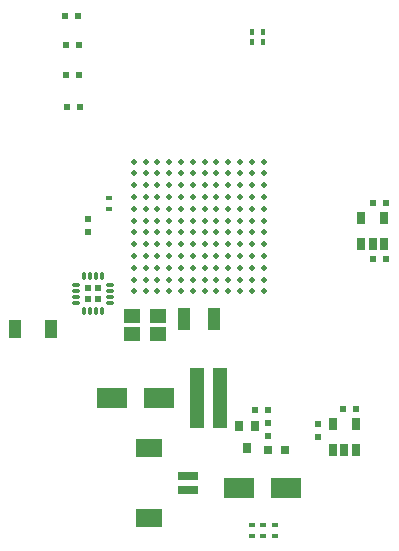
<source format=gbr>
G04 #@! TF.FileFunction,Paste,Bot*
%FSLAX46Y46*%
G04 Gerber Fmt 4.6, Leading zero omitted, Abs format (unit mm)*
G04 Created by KiCad (PCBNEW 4.0.6) date Friday, April 06, 2018 'AMt' 10:50:20 AM*
%MOMM*%
%LPD*%
G01*
G04 APERTURE LIST*
%ADD10C,0.100000*%
%ADD11R,1.000000X1.600000*%
%ADD12R,0.650000X1.060000*%
%ADD13R,0.500000X0.600000*%
%ADD14R,0.600000X0.500000*%
%ADD15R,0.400000X0.600000*%
%ADD16R,0.600000X0.400000*%
%ADD17C,0.500380*%
%ADD18R,1.100000X1.900000*%
%ADD19R,1.400000X1.200000*%
%ADD20R,2.200000X1.600000*%
%ADD21R,1.800000X0.700000*%
%ADD22R,2.500000X1.700000*%
%ADD23R,0.700000X0.900000*%
%ADD24O,0.300000X0.750000*%
%ADD25O,0.750000X0.300000*%
%ADD26R,0.540000X0.540000*%
%ADD27R,1.250000X5.200000*%
%ADD28R,0.800000X0.750000*%
G04 APERTURE END LIST*
D10*
D11*
X117050000Y-100880000D03*
X120050000Y-100880000D03*
D12*
X148250000Y-93680000D03*
X147300000Y-93680000D03*
X146350000Y-93680000D03*
X146350000Y-91480000D03*
X148250000Y-91480000D03*
D13*
X123175000Y-91555000D03*
X123175000Y-92655000D03*
D14*
X148400000Y-94930000D03*
X147300000Y-94930000D03*
D13*
X142700000Y-110030000D03*
X142700000Y-108930000D03*
D14*
X148400000Y-90205000D03*
X147300000Y-90205000D03*
X122350000Y-74330000D03*
X121250000Y-74330000D03*
X122400000Y-76830000D03*
X121300000Y-76830000D03*
X122400000Y-79330000D03*
X121300000Y-79330000D03*
X122500000Y-82030000D03*
X121400000Y-82030000D03*
D15*
X137100000Y-75680000D03*
X138000000Y-75680000D03*
X137100000Y-76580000D03*
X138000000Y-76580000D03*
D16*
X124975000Y-90655000D03*
X124975000Y-89755000D03*
D17*
X138075640Y-86664960D03*
X137074880Y-86664960D03*
X136074120Y-86664960D03*
X135075900Y-86664960D03*
X134075140Y-86664960D03*
X133074380Y-86664960D03*
X132076160Y-86664960D03*
X131075400Y-86664960D03*
X130074640Y-86664960D03*
X129073880Y-86664960D03*
X128075660Y-86664960D03*
X127074900Y-86664960D03*
X138075640Y-87665720D03*
X138075640Y-88666480D03*
X138075640Y-89664700D03*
X138075640Y-90665460D03*
X138075640Y-91666220D03*
X138075640Y-92664440D03*
X138075640Y-93665200D03*
X138075640Y-94665960D03*
X127074900Y-87665720D03*
X128075660Y-87665720D03*
X129073880Y-87665720D03*
X130074640Y-87665720D03*
X131075400Y-87665720D03*
X132076160Y-87665720D03*
X133074380Y-87665720D03*
X134075140Y-87665720D03*
X137074880Y-87665720D03*
X136074120Y-87665720D03*
X135075900Y-87665720D03*
X137074880Y-88666480D03*
X136074120Y-88666480D03*
X135075900Y-88666480D03*
X134075140Y-88666480D03*
X133074380Y-88666480D03*
X132076160Y-88666480D03*
X131075400Y-88666480D03*
X130074640Y-88666480D03*
X137074880Y-89664700D03*
X136074120Y-89664700D03*
X135075900Y-89664700D03*
X134075140Y-89664700D03*
X133074380Y-89664700D03*
X132076160Y-89664700D03*
X131075400Y-89664700D03*
X130074640Y-89664700D03*
X137074880Y-90665460D03*
X136074120Y-90665460D03*
X135075900Y-90665460D03*
X129073880Y-88666480D03*
X129073880Y-89664700D03*
X128075660Y-88666480D03*
X128075660Y-89664700D03*
X127074900Y-89664700D03*
X127074900Y-88666480D03*
X137074880Y-91666220D03*
X136074120Y-91666220D03*
X135075900Y-91666220D03*
X135075900Y-92664440D03*
X136074120Y-92664440D03*
X137074880Y-92664440D03*
X137074880Y-93665200D03*
X136074120Y-93665200D03*
X135075900Y-93665200D03*
X135075900Y-94665960D03*
X136074120Y-94665960D03*
X137074880Y-94665960D03*
X138075640Y-95666720D03*
X137074880Y-95666720D03*
X136074120Y-95666720D03*
X135075900Y-95666720D03*
X135075900Y-96664940D03*
X136074120Y-96664940D03*
X137074880Y-96664940D03*
X138075640Y-96664940D03*
X138075640Y-97665700D03*
X137074880Y-97665700D03*
X136074120Y-97665700D03*
X135075900Y-97665700D03*
X131075400Y-90665460D03*
X132076160Y-90665460D03*
X133074380Y-90665460D03*
X134075140Y-90665460D03*
X134075140Y-91666220D03*
X133074380Y-91666220D03*
X132076160Y-91666220D03*
X131075400Y-91666220D03*
X134075140Y-92664440D03*
X133074380Y-92664440D03*
X132076160Y-92664440D03*
X131075400Y-92664440D03*
X134075140Y-93665200D03*
X133074380Y-93665200D03*
X132076160Y-93665200D03*
X131075400Y-93665200D03*
X134075140Y-94665960D03*
X133074380Y-94665960D03*
X132076160Y-94665960D03*
X131075400Y-94665960D03*
X134075140Y-95666720D03*
X133074380Y-95666720D03*
X132076160Y-95666720D03*
X131075400Y-95666720D03*
X134075140Y-96664940D03*
X133074380Y-96664940D03*
X132076160Y-96664940D03*
X131075400Y-96664940D03*
X134075140Y-97665700D03*
X133074380Y-97665700D03*
X132076160Y-97665700D03*
X131075400Y-97665700D03*
X130074640Y-90665460D03*
X129073880Y-90665460D03*
X128075660Y-90665460D03*
X127074900Y-90665460D03*
X130074640Y-91666220D03*
X129073880Y-91666220D03*
X128075660Y-91666220D03*
X127074900Y-91666220D03*
X130074640Y-94665960D03*
X127074900Y-92664440D03*
X128075660Y-92664440D03*
X129073880Y-92664440D03*
X130074640Y-92664440D03*
X130074640Y-93665200D03*
X129073880Y-93665200D03*
X128075660Y-93665200D03*
X127074900Y-93665200D03*
X129073880Y-94665960D03*
X128075660Y-94665960D03*
X127074900Y-94665960D03*
X130074640Y-97665700D03*
X130074640Y-96664940D03*
X130074640Y-95666720D03*
X129073880Y-95666720D03*
X129073880Y-96664940D03*
X129073880Y-97665700D03*
X128075660Y-97665700D03*
X128075660Y-96664940D03*
X128075660Y-95666720D03*
X127074900Y-95666720D03*
X127074900Y-96664940D03*
X127074900Y-97665700D03*
D18*
X133825000Y-100030000D03*
X131325000Y-100030000D03*
D19*
X129150000Y-101305000D03*
X126950000Y-101305000D03*
X126950000Y-99705000D03*
X129150000Y-99705000D03*
D20*
X128350000Y-116855000D03*
X128350000Y-110905000D03*
D21*
X131650000Y-114505000D03*
X131650000Y-113255000D03*
D14*
X145850000Y-107630000D03*
X144750000Y-107630000D03*
X137350000Y-107730000D03*
X138450000Y-107730000D03*
D13*
X138400000Y-109880000D03*
X138400000Y-108780000D03*
D22*
X129200000Y-106680000D03*
X125200000Y-106680000D03*
X139950000Y-114280000D03*
X135950000Y-114280000D03*
D23*
X136000000Y-109030000D03*
X137300000Y-109030000D03*
X136650000Y-110930000D03*
D16*
X138050000Y-117430000D03*
X138050000Y-118330000D03*
X139050000Y-117430000D03*
X139050000Y-118330000D03*
X137050000Y-117430000D03*
X137050000Y-118330000D03*
D12*
X145850000Y-111130000D03*
X144900000Y-111130000D03*
X143950000Y-111130000D03*
X143950000Y-108930000D03*
X145850000Y-108930000D03*
D24*
X122875000Y-96380000D03*
X123375000Y-96380000D03*
X123875000Y-96380000D03*
X124375000Y-96380000D03*
D25*
X125100000Y-97105000D03*
X125100000Y-97605000D03*
X125100000Y-98105000D03*
X125100000Y-98605000D03*
D24*
X124375000Y-99330000D03*
X123875000Y-99330000D03*
X123375000Y-99330000D03*
X122875000Y-99330000D03*
D25*
X122150000Y-98605000D03*
X122150000Y-98105000D03*
X122150000Y-97605000D03*
X122150000Y-97105000D03*
D26*
X124075000Y-98305000D03*
X123175000Y-98305000D03*
X124075000Y-97405000D03*
X123175000Y-97405000D03*
D27*
X132400000Y-106730000D03*
X134400000Y-106730000D03*
D28*
X138400000Y-111080000D03*
X139900000Y-111080000D03*
M02*

</source>
